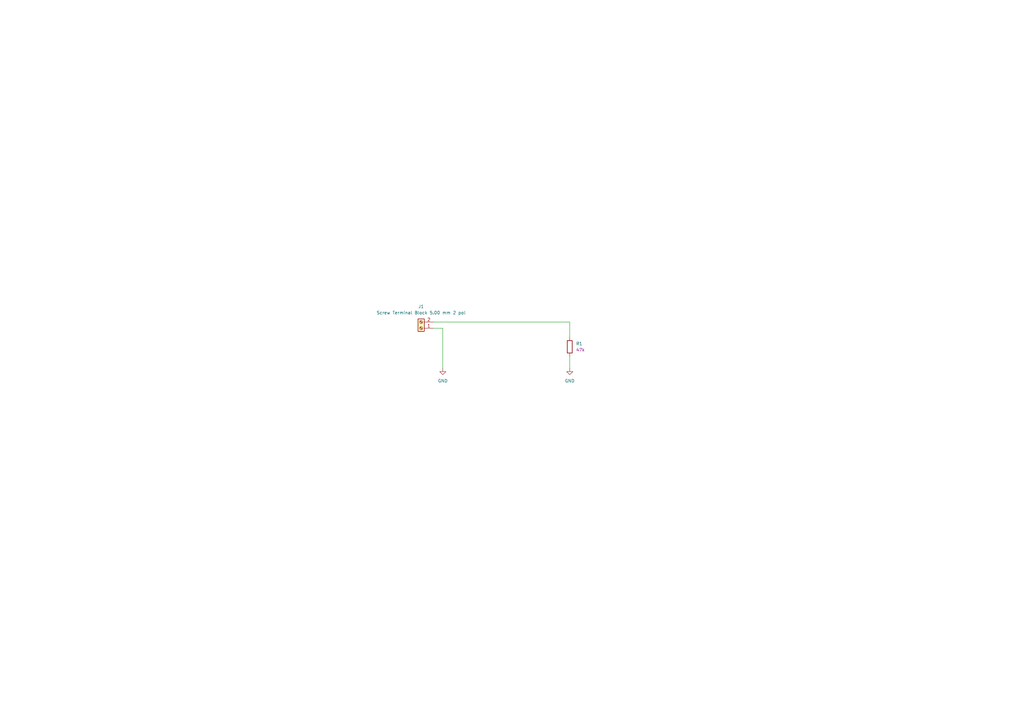
<source format=kicad_sch>
(kicad_sch (version 20250114) (generator "eeschema") (generator_version "9.0")
  (paper "A3")
  (title_block (rev "v0.1") (company "Marine Circuits"))
  (lib_symbols
    (symbol "2s_Resistor_0805:47k_0805" (pin_numbers (hide yes)) (pin_names (offset 0))
      (property "Reference" "R" (at 2.032 0 90))
      (property "Display" "47k" (at 3.81 0 90))
      (symbol "47k_0805_0_1"
        (rectangle (start -1.016 -2.54) (end 1.016 2.54) (stroke (width 0.254)))
      )
      (symbol "47k_0805_1_1"
        (pin passive line (at 0 3.81 270) (length 1.27) (name "~") (number "1"))
        (pin passive line (at 0 -3.81 90) (length 1.27) (name "~") (number "2"))
      )
    )
    (symbol "2s_connectors:Screw Terminal 5.00mm" (pin_names (offset 1.016) (hide yes))
      (property "Reference" "J" (at 0 2.54 0))
      (property "Value" "Screw Terminal Block 5.00 mm 2 pol" (at 0 -5.08 0))
      (symbol "Screw Terminal 5.00mm_1_1"
        (rectangle (start -1.27 1.27) (end 1.27 -3.81) (stroke (width 0.254)) (fill (type background)))
        (polyline (pts (xy -0.5334 0.3302) (xy 0.3302 -0.508)) (stroke (width 0.1524)))
        (polyline (pts (xy -0.5334 -2.2098) (xy 0.3302 -3.048)) (stroke (width 0.1524)))
        (polyline (pts (xy -0.3556 0.508) (xy 0.508 -0.3302)) (stroke (width 0.1524)))
        (polyline (pts (xy -0.3556 -2.032) (xy 0.508 -2.8702)) (stroke (width 0.1524)))
        (circle (center 0 0) (radius 0.635) (stroke (width 0.1524)))
        (circle (center 0 -2.54) (radius 0.635) (stroke (width 0.1524)))
        (pin passive line (at -5.08 0 0) (length 3.81) (name "Pin_1") (number "1"))
        (pin passive line (at -5.08 -2.54 0) (length 3.81) (name "Pin_2") (number "2"))
      )
    )
    (symbol "power:GND" (power) (pin_numbers (hide yes)) (pin_names (offset 0) (hide yes))
      (property "Value" "GND" (at 0 -3.81 0))
      (symbol "GND_0_1"
        (polyline (pts (xy 0 0) (xy 0 -1.27) (xy 1.27 -1.27) (xy 0 -2.54) (xy -1.27 -1.27) (xy 0 -1.27)))
      )
      (symbol "GND_1_1"
        (pin power_in line (at 0 0 270) (length 0) (name "~") (number "1"))
      )
    )
  )
  (wire (pts (xy 233.68 132.08) (xy 233.68 138.43)))
  (wire (pts (xy 181.61 134.62) (xy 181.61 151.13)))
  (wire (pts (xy 177.8 132.08) (xy 233.68 132.08)))
  (wire (pts (xy 233.68 146.05) (xy 233.68 151.13)))
  (wire (pts (xy 177.8 134.62) (xy 181.61 134.62)))
  (symbol (lib_id "power:GND") (at 181.61 151.13 0) (unit 1)
    (property "Reference" "#PWR02" (effects (hide yes)))
    (property "Value" "GND" (at 181.61 156.21 0))
    (property "Description" "Power symbol creates a global label with name \"GND\" , ground" (effects (hide yes)))
  )
  (symbol (lib_id "power:GND") (at 233.68 151.13 0) (unit 1)
    (property "Reference" "#PWR01" (effects (hide yes)))
    (property "Value" "GND" (at 233.68 156.21 0))
    (property "Description" "Power symbol creates a global label with name \"GND\" , ground" (effects (hide yes)))
  )
  (symbol (lib_id "2s_connectors:Screw Terminal 5.00mm") (at 172.72 134.62 180) (unit 1)
    (property "Reference" "J1" (at 172.72 125.73 0))
    (property "Value" "Screw Terminal Block 5.00 mm 2 pol" (at 172.72 128.27 0))
    (property "Footprint" "2s_connectors:TerminalBlock_MaiXu_MX126-5.0-02P_1x02_P5.00mm" (effects (hide yes)))
    (property "Description" "Generic screw terminal, single row, 01x02, script generated (kicad-library-utils/schlib/autogen/connector/)" (effects (hide yes)))
    (property "MPN" " 282836-2" (effects (hide yes)))
    (property "Manufacturer" "TE Connectivity AMP Connectors" (effects (hide yes)))
    (property "Digi-Key_PN" "A98076-ND" (effects (hide yes)))
  )
  (symbol (lib_id "2s_Resistor_0805:47k_0805") (at 233.68 142.24 0) (unit 1)
    (property "Reference" "R1" (at 236.22 140.9699 0) (effects (justify left)))
    (property "Value" "47k_0805" (effects (hide yes)))
    (property "Footprint" "Resistor_SMD:R_0805_2012Metric" (effects (hide yes)))
    (property "Description" "47k, 1%, 1/8W, 0805" (effects (hide yes)))
    (property "Specifications" "47k, 1%, 1/8W, 0805" (effects (hide yes)))
    (property "Manufacturer" "Yageo" (effects (hide yes)))
    (property "MPN" "RC0805FR-0747KL" (effects (hide yes)))
    (property "Display" "47k" (at 236.22 143.5099 0) (effects (justify left)))
    (property "JLCPCB ID" "C126351" (effects (hide yes)))
    (property "Production Stage" "A" (effects (hide yes)))
  )
)
</source>
